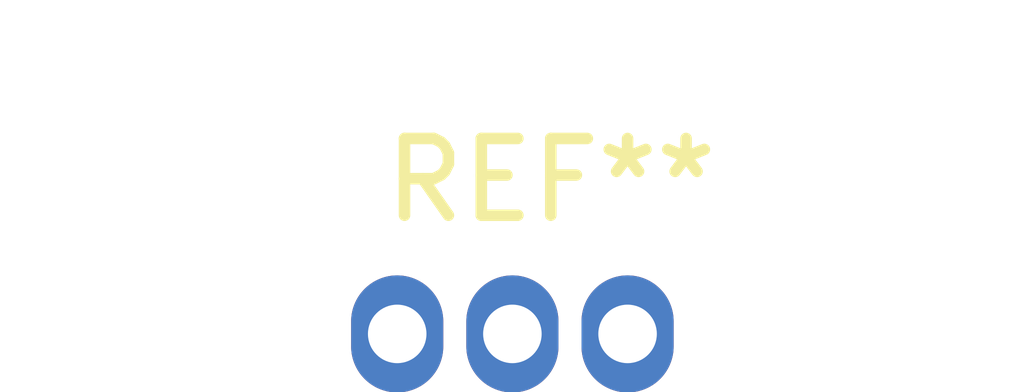
<source format=kicad_pcb>
(kicad_pcb (version 4) (host pcbnew 4.0.4-stable)

  (general
    (links 0)
    (no_connects 0)
    (area 0 0 0 0)
    (thickness 1.6)
    (drawings 0)
    (tracks 0)
    (zones 0)
    (modules 1)
    (nets 1)
  )

  (page A4)
  (layers
    (0 F.Cu signal)
    (31 B.Cu signal)
    (32 B.Adhes user)
    (33 F.Adhes user)
    (34 B.Paste user)
    (35 F.Paste user)
    (36 B.SilkS user)
    (37 F.SilkS user)
    (38 B.Mask user)
    (39 F.Mask user)
    (40 Dwgs.User user)
    (41 Cmts.User user)
    (42 Eco1.User user)
    (43 Eco2.User user)
    (44 Edge.Cuts user)
    (45 Margin user)
    (46 B.CrtYd user)
    (47 F.CrtYd user)
    (48 B.Fab user)
    (49 F.Fab user)
  )

  (setup
    (last_trace_width 0.25)
    (trace_clearance 0.2)
    (zone_clearance 0.508)
    (zone_45_only no)
    (trace_min 0.2)
    (segment_width 0.2)
    (edge_width 0.15)
    (via_size 0.6)
    (via_drill 0.4)
    (via_min_size 0.4)
    (via_min_drill 0.3)
    (uvia_size 0.3)
    (uvia_drill 0.1)
    (uvias_allowed no)
    (uvia_min_size 0.2)
    (uvia_min_drill 0.1)
    (pcb_text_width 0.3)
    (pcb_text_size 1.5 1.5)
    (mod_edge_width 0.15)
    (mod_text_size 1 1)
    (mod_text_width 0.15)
    (pad_size 1.524 1.524)
    (pad_drill 0.762)
    (pad_to_mask_clearance 0.2)
    (aux_axis_origin 0 0)
    (visible_elements FFFFFF7F)
    (pcbplotparams
      (layerselection 0x00030_80000001)
      (usegerberextensions false)
      (excludeedgelayer true)
      (linewidth 0.150000)
      (plotframeref false)
      (viasonmask false)
      (mode 1)
      (useauxorigin false)
      (hpglpennumber 1)
      (hpglpenspeed 20)
      (hpglpendiameter 15)
      (hpglpenoverlay 2)
      (psnegative false)
      (psa4output false)
      (plotreference true)
      (plotvalue true)
      (plotinvisibletext false)
      (padsonsilk false)
      (subtractmaskfromsilk false)
      (outputformat 1)
      (mirror false)
      (drillshape 1)
      (scaleselection 1)
      (outputdirectory ""))
  )

  (net 0 "")

  (net_class Default "Ceci est la Netclass par défaut"
    (clearance 0.2)
    (trace_width 0.25)
    (via_dia 0.6)
    (via_drill 0.4)
    (uvia_dia 0.3)
    (uvia_drill 0.1)
  )

  (module JST_conn:JST-ZH-B3B-ZR (layer F.Cu) (tedit 586911F2) (tstamp 5869136D)
    (at 0 0)
    (fp_text reference REF** (at 0.5 -2) (layer F.SilkS)
      (effects (font (size 1 1) (thickness 0.15)))
    )
    (fp_text value JST-ZH-B3B-ZR (at 0 -3.5) (layer F.Fab)
      (effects (font (size 1 1) (thickness 0.15)))
    )
    (pad 1 thru_hole oval (at -1.5 0) (size 1.2 1.524) (drill 0.762) (layers *.Cu *.Mask))
    (pad 2 thru_hole oval (at 0 0) (size 1.2 1.524) (drill 0.762) (layers *.Cu *.Mask))
    (pad 3 thru_hole oval (at 1.5 0) (size 1.2 1.524) (drill 0.762) (layers *.Cu *.Mask))
  )

)

</source>
